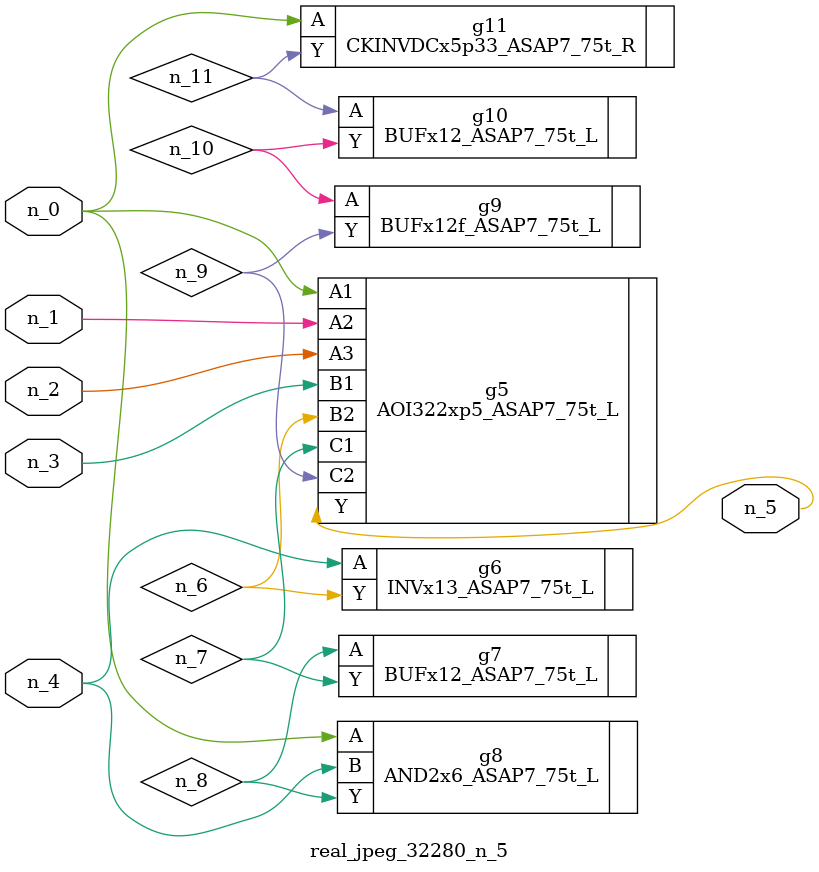
<source format=v>
module real_jpeg_32280_n_5 (n_4, n_0, n_1, n_2, n_3, n_5);

input n_4;
input n_0;
input n_1;
input n_2;
input n_3;

output n_5;

wire n_8;
wire n_11;
wire n_6;
wire n_7;
wire n_10;
wire n_9;

AOI322xp5_ASAP7_75t_L g5 ( 
.A1(n_0),
.A2(n_1),
.A3(n_2),
.B1(n_3),
.B2(n_6),
.C1(n_7),
.C2(n_9),
.Y(n_5)
);

AND2x6_ASAP7_75t_L g8 ( 
.A(n_0),
.B(n_4),
.Y(n_8)
);

CKINVDCx5p33_ASAP7_75t_R g11 ( 
.A(n_0),
.Y(n_11)
);

INVx13_ASAP7_75t_L g6 ( 
.A(n_4),
.Y(n_6)
);

BUFx12_ASAP7_75t_L g7 ( 
.A(n_8),
.Y(n_7)
);

BUFx12f_ASAP7_75t_L g9 ( 
.A(n_10),
.Y(n_9)
);

BUFx12_ASAP7_75t_L g10 ( 
.A(n_11),
.Y(n_10)
);


endmodule
</source>
